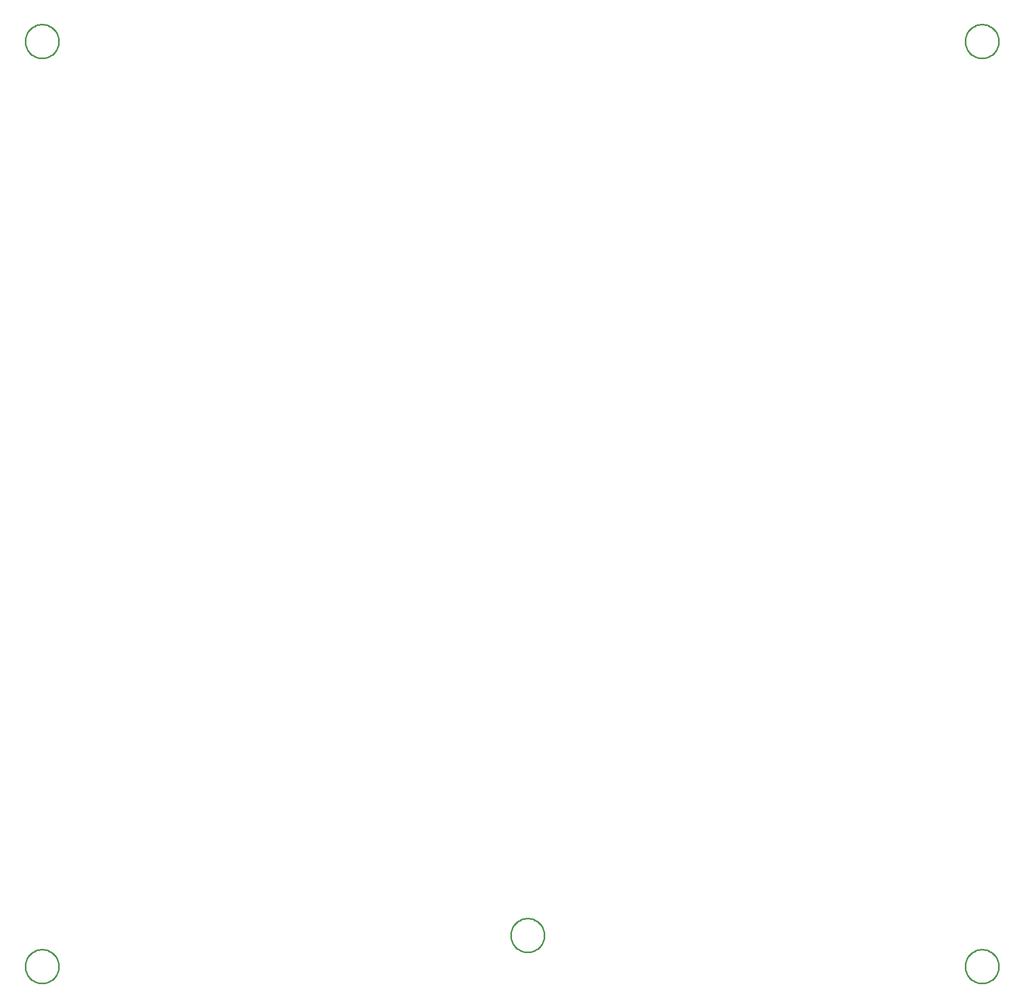
<source format=gm1>
G04*
G04 #@! TF.GenerationSoftware,Altium Limited,Altium Designer,21.5.1 (32)*
G04*
G04 Layer_Color=16711935*
%FSLAX25Y25*%
%MOIN*%
G70*
G04*
G04 #@! TF.SameCoordinates,DC1D8B1E-EA3E-4B6B-A205-361A43EFEAAA*
G04*
G04*
G04 #@! TF.FilePolarity,Positive*
G04*
G01*
G75*
%ADD13C,0.01000*%
D13*
X342827Y40000D02*
X342781Y40999D01*
X342642Y41989D01*
X342413Y42963D01*
X342096Y43911D01*
X341692Y44826D01*
X341205Y45700D01*
X340640Y46525D01*
X340001Y47294D01*
X339294Y48001D01*
X338525Y48640D01*
X337700Y49205D01*
X336826Y49692D01*
X335911Y50096D01*
X334963Y50414D01*
X333989Y50642D01*
X332999Y50781D01*
X332000Y50827D01*
X331001Y50781D01*
X330011Y50642D01*
X329037Y50414D01*
X328089Y50096D01*
X327174Y49692D01*
X326300Y49205D01*
X325475Y48640D01*
X324706Y48001D01*
X323999Y47294D01*
X323360Y46525D01*
X322795Y45700D01*
X322308Y44826D01*
X321904Y43911D01*
X321586Y42963D01*
X321358Y41989D01*
X321219Y40999D01*
X321173Y40000D01*
X321219Y39001D01*
X321358Y38011D01*
X321586Y37037D01*
X321904Y36089D01*
X322308Y35174D01*
X322795Y34301D01*
X323360Y33475D01*
X323999Y32706D01*
X324706Y31999D01*
X325475Y31360D01*
X326300Y30795D01*
X327174Y30308D01*
X328089Y29904D01*
X329037Y29586D01*
X330011Y29358D01*
X331001Y29219D01*
X332000Y29173D01*
X332999Y29219D01*
X333989Y29358D01*
X334963Y29586D01*
X335911Y29904D01*
X336826Y30308D01*
X337700Y30795D01*
X338525Y31360D01*
X339294Y31999D01*
X340001Y32706D01*
X340640Y33475D01*
X341205Y34301D01*
X341692Y35174D01*
X342096Y36089D01*
X342413Y37037D01*
X342642Y38011D01*
X342781Y39001D01*
X342827Y40000D01*
X30827Y20000D02*
X30781Y20999D01*
X30642Y21989D01*
X30413Y22963D01*
X30096Y23911D01*
X29692Y24826D01*
X29205Y25700D01*
X28640Y26525D01*
X28001Y27294D01*
X27294Y28001D01*
X26525Y28640D01*
X25700Y29205D01*
X24826Y29692D01*
X23911Y30096D01*
X22963Y30413D01*
X21989Y30642D01*
X20999Y30781D01*
X20000Y30827D01*
X19001Y30781D01*
X18011Y30642D01*
X17037Y30413D01*
X16089Y30096D01*
X15174Y29692D01*
X14300Y29205D01*
X13475Y28640D01*
X12706Y28001D01*
X11999Y27294D01*
X11360Y26525D01*
X10795Y25700D01*
X10308Y24826D01*
X9904Y23911D01*
X9586Y22963D01*
X9358Y21989D01*
X9219Y20999D01*
X9173Y20000D01*
X9219Y19001D01*
X9358Y18011D01*
X9586Y17037D01*
X9904Y16089D01*
X10308Y15174D01*
X10795Y14300D01*
X11360Y13475D01*
X11999Y12706D01*
X12706Y11999D01*
X13475Y11360D01*
X14300Y10795D01*
X15174Y10308D01*
X16089Y9904D01*
X17037Y9586D01*
X18011Y9358D01*
X19001Y9219D01*
X20000Y9173D01*
X20999Y9219D01*
X21989Y9358D01*
X22963Y9586D01*
X23911Y9904D01*
X24826Y10308D01*
X25700Y10795D01*
X26525Y11360D01*
X27294Y11999D01*
X28001Y12706D01*
X28640Y13475D01*
X29205Y14300D01*
X29692Y15174D01*
X30096Y16089D01*
X30413Y17037D01*
X30642Y18011D01*
X30781Y19001D01*
X30827Y20000D01*
Y615000D02*
X30781Y615999D01*
X30642Y616989D01*
X30413Y617963D01*
X30096Y618911D01*
X29692Y619826D01*
X29205Y620700D01*
X28640Y621525D01*
X28001Y622294D01*
X27294Y623001D01*
X26525Y623640D01*
X25700Y624205D01*
X24826Y624692D01*
X23911Y625096D01*
X22963Y625414D01*
X21989Y625642D01*
X20999Y625781D01*
X20000Y625827D01*
X19001Y625781D01*
X18011Y625642D01*
X17037Y625414D01*
X16089Y625096D01*
X15174Y624692D01*
X14300Y624205D01*
X13475Y623640D01*
X12706Y623001D01*
X11999Y622294D01*
X11360Y621525D01*
X10795Y620700D01*
X10308Y619826D01*
X9904Y618911D01*
X9586Y617963D01*
X9358Y616989D01*
X9219Y615999D01*
X9173Y615000D01*
X9219Y614001D01*
X9358Y613011D01*
X9586Y612037D01*
X9904Y611089D01*
X10308Y610174D01*
X10795Y609301D01*
X11360Y608475D01*
X11999Y607706D01*
X12706Y606999D01*
X13475Y606360D01*
X14300Y605795D01*
X15174Y605308D01*
X16089Y604904D01*
X17037Y604587D01*
X18011Y604358D01*
X19001Y604219D01*
X20000Y604173D01*
X20999Y604219D01*
X21989Y604358D01*
X22963Y604587D01*
X23911Y604904D01*
X24826Y605308D01*
X25700Y605795D01*
X26525Y606360D01*
X27294Y606999D01*
X28001Y607706D01*
X28640Y608475D01*
X29205Y609301D01*
X29692Y610174D01*
X30096Y611089D01*
X30413Y612037D01*
X30642Y613011D01*
X30781Y614001D01*
X30827Y615000D01*
X634827Y20000D02*
X634781Y20999D01*
X634642Y21989D01*
X634413Y22963D01*
X634096Y23911D01*
X633692Y24826D01*
X633205Y25700D01*
X632640Y26525D01*
X632001Y27294D01*
X631294Y28001D01*
X630525Y28640D01*
X629700Y29205D01*
X628826Y29692D01*
X627911Y30096D01*
X626963Y30413D01*
X625989Y30642D01*
X624999Y30781D01*
X624000Y30827D01*
X623001Y30781D01*
X622011Y30642D01*
X621037Y30413D01*
X620089Y30096D01*
X619174Y29692D01*
X618300Y29205D01*
X617475Y28640D01*
X616706Y28001D01*
X615999Y27294D01*
X615360Y26525D01*
X614795Y25700D01*
X614308Y24826D01*
X613904Y23911D01*
X613587Y22963D01*
X613358Y21989D01*
X613219Y20999D01*
X613173Y20000D01*
X613219Y19001D01*
X613358Y18011D01*
X613587Y17037D01*
X613904Y16089D01*
X614308Y15174D01*
X614795Y14300D01*
X615360Y13475D01*
X615999Y12706D01*
X616706Y11999D01*
X617475Y11360D01*
X618300Y10795D01*
X619174Y10308D01*
X620089Y9904D01*
X621037Y9586D01*
X622011Y9358D01*
X623001Y9219D01*
X624000Y9173D01*
X624999Y9219D01*
X625989Y9358D01*
X626963Y9586D01*
X627911Y9904D01*
X628826Y10308D01*
X629700Y10795D01*
X630525Y11360D01*
X631294Y11999D01*
X632001Y12706D01*
X632640Y13475D01*
X633205Y14300D01*
X633692Y15174D01*
X634096Y16089D01*
X634413Y17037D01*
X634642Y18011D01*
X634781Y19001D01*
X634827Y20000D01*
Y615000D02*
X634781Y615999D01*
X634642Y616989D01*
X634413Y617963D01*
X634096Y618911D01*
X633692Y619826D01*
X633205Y620700D01*
X632640Y621525D01*
X632001Y622294D01*
X631294Y623001D01*
X630525Y623640D01*
X629700Y624205D01*
X628826Y624692D01*
X627911Y625096D01*
X626963Y625414D01*
X625989Y625642D01*
X624999Y625781D01*
X624000Y625827D01*
X623001Y625781D01*
X622011Y625642D01*
X621037Y625414D01*
X620089Y625096D01*
X619174Y624692D01*
X618300Y624205D01*
X617475Y623640D01*
X616706Y623001D01*
X615999Y622294D01*
X615360Y621525D01*
X614795Y620700D01*
X614308Y619826D01*
X613904Y618911D01*
X613587Y617963D01*
X613358Y616989D01*
X613219Y615999D01*
X613173Y615000D01*
X613219Y614001D01*
X613358Y613011D01*
X613587Y612037D01*
X613904Y611089D01*
X614308Y610174D01*
X614795Y609301D01*
X615360Y608475D01*
X615999Y607706D01*
X616706Y606999D01*
X617475Y606360D01*
X618300Y605795D01*
X619174Y605308D01*
X620089Y604904D01*
X621037Y604587D01*
X622011Y604358D01*
X623001Y604219D01*
X624000Y604173D01*
X624999Y604219D01*
X625989Y604358D01*
X626963Y604587D01*
X627911Y604904D01*
X628826Y605308D01*
X629700Y605795D01*
X630525Y606360D01*
X631294Y606999D01*
X632001Y607706D01*
X632640Y608475D01*
X633205Y609301D01*
X633692Y610174D01*
X634096Y611089D01*
X634413Y612037D01*
X634642Y613011D01*
X634781Y614001D01*
X634827Y615000D01*
M02*

</source>
